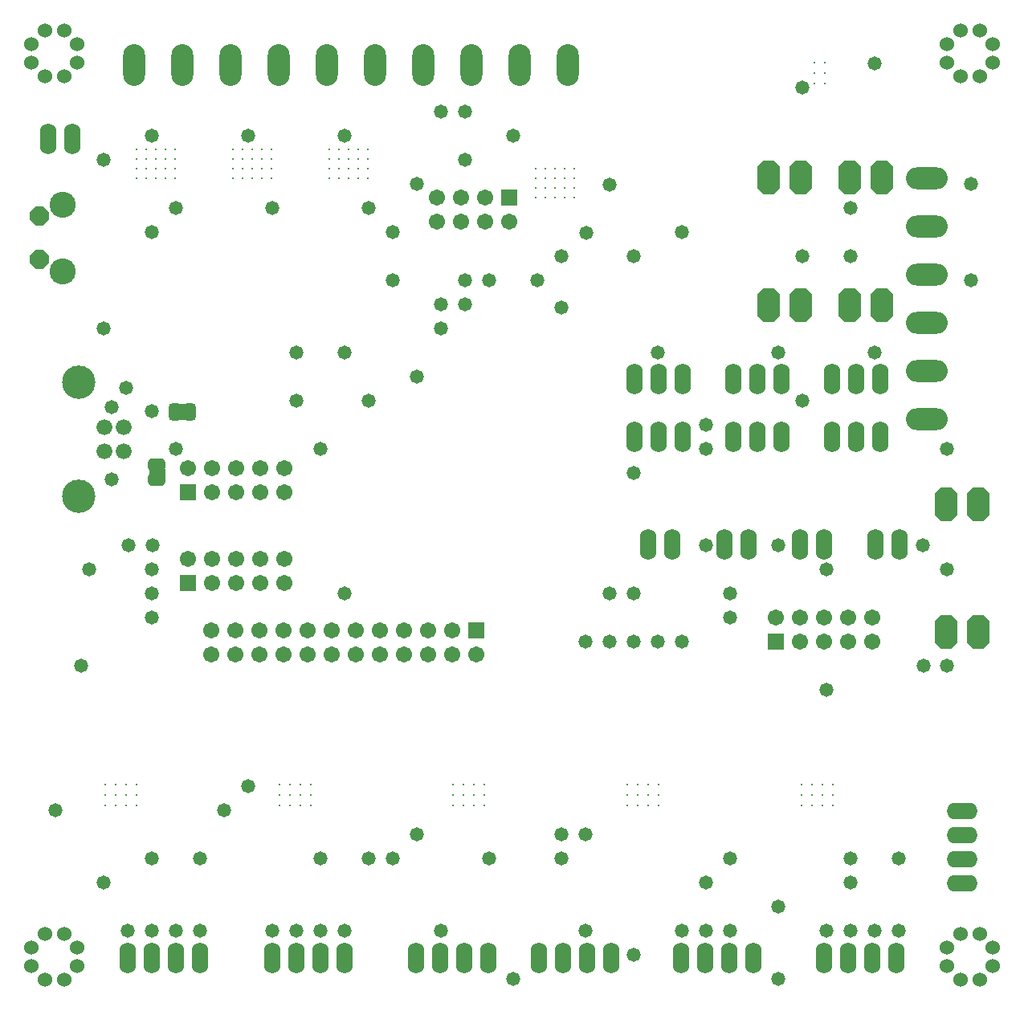
<source format=gbs>
G04*
G04 #@! TF.GenerationSoftware,Altium Limited,Altium Designer,18.1.9 (240)*
G04*
G04 Layer_Color=16711935*
%FSLAX25Y25*%
%MOIN*%
G70*
G01*
G75*
%ADD132C,0.06000*%
%ADD187O,0.17300X0.09050*%
G04:AMPARAMS|DCode=188|XSize=141mil|YSize=91mil|CornerRadius=0mil|HoleSize=0mil|Usage=FLASHONLY|Rotation=90.000|XOffset=0mil|YOffset=0mil|HoleType=Round|Shape=Octagon|*
%AMOCTAGOND188*
4,1,8,0.02275,0.07050,-0.02275,0.07050,-0.04550,0.04775,-0.04550,-0.04775,-0.02275,-0.07050,0.02275,-0.07050,0.04550,-0.04775,0.04550,0.04775,0.02275,0.07050,0.0*
%
%ADD188OCTAGOND188*%

%ADD189O,0.09050X0.17300*%
%ADD190P,0.08443X8X292.5*%
%ADD191C,0.10800*%
%ADD192C,0.06600*%
%ADD193C,0.13850*%
%ADD194O,0.06800X0.12800*%
%ADD195C,0.06706*%
%ADD196R,0.06706X0.06706*%
%ADD197O,0.12800X0.06800*%
%ADD199C,0.01000*%
%ADD300C,0.05800*%
%ADD340R,0.07045X0.03543*%
%ADD341R,0.03543X0.07045*%
G04:AMPARAMS|DCode=342|XSize=58mil|YSize=58mil|CornerRadius=29mil|HoleSize=0mil|Usage=FLASHONLY|Rotation=90.000|XOffset=0mil|YOffset=0mil|HoleType=Round|Shape=RoundedRectangle|*
%AMROUNDEDRECTD342*
21,1,0.05800,0.00000,0,0,90.0*
21,1,0.00000,0.05800,0,0,90.0*
1,1,0.05800,0.00000,0.00000*
1,1,0.05800,0.00000,0.00000*
1,1,0.05800,0.00000,0.00000*
1,1,0.05800,0.00000,0.00000*
%
%ADD342ROUNDEDRECTD342*%
G04:AMPARAMS|DCode=343|XSize=54mil|YSize=71mil|CornerRadius=15.5mil|HoleSize=0mil|Usage=FLASHONLY|Rotation=90.000|XOffset=0mil|YOffset=0mil|HoleType=Round|Shape=RoundedRectangle|*
%AMROUNDEDRECTD343*
21,1,0.05400,0.04000,0,0,90.0*
21,1,0.02300,0.07100,0,0,90.0*
1,1,0.03100,0.02000,0.01150*
1,1,0.03100,0.02000,-0.01150*
1,1,0.03100,-0.02000,-0.01150*
1,1,0.03100,-0.02000,0.01150*
%
%ADD343ROUNDEDRECTD343*%
G04:AMPARAMS|DCode=344|XSize=54mil|YSize=71mil|CornerRadius=15.5mil|HoleSize=0mil|Usage=FLASHONLY|Rotation=180.000|XOffset=0mil|YOffset=0mil|HoleType=Round|Shape=RoundedRectangle|*
%AMROUNDEDRECTD344*
21,1,0.05400,0.04000,0,0,180.0*
21,1,0.02300,0.07100,0,0,180.0*
1,1,0.03100,-0.01150,0.02000*
1,1,0.03100,0.01150,0.02000*
1,1,0.03100,0.01150,-0.02000*
1,1,0.03100,-0.01150,-0.02000*
%
%ADD344ROUNDEDRECTD344*%
G54D132*
X404449Y11063D02*
D03*
Y18937D02*
D03*
X398937Y24449D02*
D03*
X391063D02*
D03*
X385551Y18937D02*
D03*
Y11063D02*
D03*
X391063Y5551D02*
D03*
X398937D02*
D03*
X18937D02*
D03*
X11063D02*
D03*
X5551Y11063D02*
D03*
Y18937D02*
D03*
X11063Y24449D02*
D03*
X18937D02*
D03*
X24449Y18937D02*
D03*
Y11063D02*
D03*
X18937Y380551D02*
D03*
X11063D02*
D03*
X5551Y386063D02*
D03*
Y393937D02*
D03*
X11063Y399449D02*
D03*
X18937D02*
D03*
X24449Y393937D02*
D03*
Y386063D02*
D03*
X398937Y380551D02*
D03*
X391063D02*
D03*
X385551Y386063D02*
D03*
Y393937D02*
D03*
X391063Y399449D02*
D03*
X398937D02*
D03*
X404449Y393937D02*
D03*
Y386063D02*
D03*
G54D187*
X377063Y318248D02*
D03*
Y338248D02*
D03*
Y298248D02*
D03*
Y278248D02*
D03*
Y258248D02*
D03*
Y238248D02*
D03*
G54D188*
X311500Y285400D02*
D03*
X324900D02*
D03*
Y338400D02*
D03*
X311500D02*
D03*
X345100D02*
D03*
X358500D02*
D03*
Y285400D02*
D03*
X345100D02*
D03*
X398432Y202878D02*
D03*
X385032D02*
D03*
Y149878D02*
D03*
X398432D02*
D03*
G54D189*
X228000Y385200D02*
D03*
X208000D02*
D03*
X188000D02*
D03*
X168000D02*
D03*
X148000D02*
D03*
X128000D02*
D03*
X108000D02*
D03*
X88000D02*
D03*
X68000D02*
D03*
X48000D02*
D03*
G54D190*
X8600Y322400D02*
D03*
Y304600D02*
D03*
G54D191*
X18400Y327300D02*
D03*
Y299700D02*
D03*
G54D192*
X43600Y225000D02*
D03*
Y234921D02*
D03*
X35700D02*
D03*
Y225000D02*
D03*
G54D193*
X25000Y253622D02*
D03*
Y206300D02*
D03*
G54D194*
X275700Y230900D02*
D03*
X265700D02*
D03*
X255700D02*
D03*
X293000Y186300D02*
D03*
X303000D02*
D03*
X334500Y14500D02*
D03*
X344500D02*
D03*
X354500D02*
D03*
X364500D02*
D03*
X22400Y354500D02*
D03*
X12400D02*
D03*
X337800Y230900D02*
D03*
X347800D02*
D03*
X357800D02*
D03*
X296750D02*
D03*
X306750D02*
D03*
X316750D02*
D03*
X357800Y254900D02*
D03*
X347800D02*
D03*
X337800D02*
D03*
X316750D02*
D03*
X306750D02*
D03*
X296750D02*
D03*
X275700D02*
D03*
X265700D02*
D03*
X255700D02*
D03*
X365800Y186300D02*
D03*
X355800D02*
D03*
X334500D02*
D03*
X324500D02*
D03*
X271300D02*
D03*
X261300D02*
D03*
X305000Y14500D02*
D03*
X295000D02*
D03*
X285000D02*
D03*
X275000D02*
D03*
X246000D02*
D03*
X236000D02*
D03*
X226000D02*
D03*
X216000D02*
D03*
X195000D02*
D03*
X185000D02*
D03*
X175000D02*
D03*
X165000D02*
D03*
X135500D02*
D03*
X125500D02*
D03*
X115500D02*
D03*
X105500D02*
D03*
X75500D02*
D03*
X65500D02*
D03*
X55500D02*
D03*
X45500D02*
D03*
G54D195*
X80100Y140600D02*
D03*
Y150600D02*
D03*
X90100Y140600D02*
D03*
Y150600D02*
D03*
X100100Y140600D02*
D03*
Y150600D02*
D03*
X110100Y140600D02*
D03*
Y150600D02*
D03*
X120100Y140600D02*
D03*
Y150600D02*
D03*
X130100Y140600D02*
D03*
Y150600D02*
D03*
X140100Y140600D02*
D03*
Y150600D02*
D03*
X150100Y140600D02*
D03*
Y150600D02*
D03*
X160100Y140600D02*
D03*
Y150600D02*
D03*
X170100Y140600D02*
D03*
Y150600D02*
D03*
X180100Y140600D02*
D03*
Y150600D02*
D03*
X190100Y140600D02*
D03*
X203800Y320300D02*
D03*
X193800Y330300D02*
D03*
Y320300D02*
D03*
X183800Y330300D02*
D03*
Y320300D02*
D03*
X173800Y330300D02*
D03*
Y320300D02*
D03*
X314476Y155886D02*
D03*
X324476Y145886D02*
D03*
Y155886D02*
D03*
X334476Y145886D02*
D03*
Y155886D02*
D03*
X344476Y145886D02*
D03*
Y155886D02*
D03*
X354476Y145886D02*
D03*
Y155886D02*
D03*
X110300Y180300D02*
D03*
Y170300D02*
D03*
X100300Y180300D02*
D03*
Y170300D02*
D03*
X90300Y180300D02*
D03*
Y170300D02*
D03*
X80300Y180300D02*
D03*
Y170300D02*
D03*
X70300Y180300D02*
D03*
X110300Y217794D02*
D03*
Y207794D02*
D03*
X100300Y217794D02*
D03*
Y207794D02*
D03*
X90300Y217794D02*
D03*
Y207794D02*
D03*
X80300Y217794D02*
D03*
Y207794D02*
D03*
X70300Y217794D02*
D03*
G54D196*
X190100Y150600D02*
D03*
X203800Y330300D02*
D03*
X314476Y145886D02*
D03*
X70300Y170300D02*
D03*
Y207794D02*
D03*
G54D197*
X391800Y75500D02*
D03*
Y65500D02*
D03*
Y55500D02*
D03*
Y45500D02*
D03*
G54D199*
X137100Y346201D02*
D03*
Y350201D02*
D03*
Y342201D02*
D03*
Y338201D02*
D03*
X133100D02*
D03*
X129100D02*
D03*
Y342201D02*
D03*
X133100D02*
D03*
Y346201D02*
D03*
X129100D02*
D03*
Y350201D02*
D03*
X133100D02*
D03*
X141100D02*
D03*
X145100D02*
D03*
Y346201D02*
D03*
X141100D02*
D03*
Y342201D02*
D03*
X145100D02*
D03*
Y338201D02*
D03*
X141100D02*
D03*
X97000Y346201D02*
D03*
Y350201D02*
D03*
Y342201D02*
D03*
Y338201D02*
D03*
X93000D02*
D03*
X89000D02*
D03*
Y342201D02*
D03*
X93000D02*
D03*
Y346201D02*
D03*
X89000D02*
D03*
Y350201D02*
D03*
X93000D02*
D03*
X101000D02*
D03*
X105000D02*
D03*
Y346201D02*
D03*
X101000D02*
D03*
Y342201D02*
D03*
X105000D02*
D03*
Y338201D02*
D03*
X101000D02*
D03*
X222650D02*
D03*
Y342201D02*
D03*
Y334201D02*
D03*
Y330201D02*
D03*
X218650D02*
D03*
X214650D02*
D03*
Y334201D02*
D03*
X218650D02*
D03*
Y338201D02*
D03*
X214650D02*
D03*
Y342201D02*
D03*
X218650D02*
D03*
X226650D02*
D03*
X230650D02*
D03*
Y338201D02*
D03*
X226650D02*
D03*
Y334201D02*
D03*
X230650D02*
D03*
Y330201D02*
D03*
X226650D02*
D03*
X57150Y346201D02*
D03*
Y350201D02*
D03*
Y342201D02*
D03*
Y338201D02*
D03*
X53150D02*
D03*
X49150D02*
D03*
Y342201D02*
D03*
X53150D02*
D03*
Y346201D02*
D03*
X49150D02*
D03*
Y350201D02*
D03*
X53150D02*
D03*
X61150D02*
D03*
X65150D02*
D03*
Y346201D02*
D03*
X61150D02*
D03*
Y342201D02*
D03*
X65150D02*
D03*
Y338201D02*
D03*
X61150D02*
D03*
X180576Y77933D02*
D03*
X193569Y86595D02*
D03*
Y82264D02*
D03*
Y77933D02*
D03*
X189238Y86595D02*
D03*
Y82264D02*
D03*
Y77933D02*
D03*
X184907Y86595D02*
D03*
Y82264D02*
D03*
Y77933D02*
D03*
X180576Y86595D02*
D03*
Y82264D02*
D03*
X330569Y386349D02*
D03*
X334900D02*
D03*
X330569Y382018D02*
D03*
X334900D02*
D03*
X330569Y377687D02*
D03*
X334900D02*
D03*
X36088Y82264D02*
D03*
Y86595D02*
D03*
X40419Y77933D02*
D03*
Y82264D02*
D03*
Y86595D02*
D03*
X44750Y77933D02*
D03*
Y82264D02*
D03*
Y86595D02*
D03*
X49080Y77933D02*
D03*
Y82264D02*
D03*
Y86595D02*
D03*
X36088Y77933D02*
D03*
X252820D02*
D03*
X265813Y86595D02*
D03*
Y82264D02*
D03*
Y77933D02*
D03*
X261482Y86595D02*
D03*
Y82264D02*
D03*
Y77933D02*
D03*
X257151Y86595D02*
D03*
Y82264D02*
D03*
Y77933D02*
D03*
X252820Y86595D02*
D03*
Y82264D02*
D03*
X325065D02*
D03*
Y86595D02*
D03*
X329395Y77933D02*
D03*
Y82264D02*
D03*
Y86595D02*
D03*
X333726Y77933D02*
D03*
Y82264D02*
D03*
Y86595D02*
D03*
X338057Y77933D02*
D03*
Y82264D02*
D03*
Y86595D02*
D03*
X325065Y77933D02*
D03*
X108332D02*
D03*
X121324Y86595D02*
D03*
Y82264D02*
D03*
Y77933D02*
D03*
X116994Y86595D02*
D03*
Y82264D02*
D03*
Y77933D02*
D03*
X112663Y86595D02*
D03*
Y82264D02*
D03*
Y77933D02*
D03*
X108332Y86595D02*
D03*
Y82264D02*
D03*
G54D300*
X38600Y243348D02*
D03*
X44900Y251100D02*
D03*
X285500Y235748D02*
D03*
X275500Y145748D02*
D03*
X345500Y325748D02*
D03*
X105500Y25748D02*
D03*
X255500Y215748D02*
D03*
X315500Y265748D02*
D03*
X285500Y225748D02*
D03*
X355500Y265748D02*
D03*
X325500Y245748D02*
D03*
X245500Y335448D02*
D03*
X225500Y305748D02*
D03*
X365500Y25748D02*
D03*
X355500D02*
D03*
X345500D02*
D03*
X365500Y55748D02*
D03*
X345500D02*
D03*
Y45748D02*
D03*
X315500Y35748D02*
D03*
Y5748D02*
D03*
X295500Y25748D02*
D03*
X285500D02*
D03*
X275500D02*
D03*
X325500Y305748D02*
D03*
X345500D02*
D03*
X395500Y295748D02*
D03*
X325500Y375748D02*
D03*
X385500Y175748D02*
D03*
X38600Y213348D02*
D03*
X55413Y241398D02*
D03*
X175500Y365748D02*
D03*
X385500Y135748D02*
D03*
Y225748D02*
D03*
X185500Y365748D02*
D03*
X35500Y345748D02*
D03*
X255500Y305748D02*
D03*
X275500Y315748D02*
D03*
X245500Y145748D02*
D03*
X235500D02*
D03*
X55500Y355748D02*
D03*
X95500D02*
D03*
X135500D02*
D03*
X395500Y335748D02*
D03*
X205500Y5748D02*
D03*
X175500Y25748D02*
D03*
X255500Y15748D02*
D03*
X235500Y25748D02*
D03*
X255500Y165748D02*
D03*
X265500Y265748D02*
D03*
X165500Y255748D02*
D03*
X195500Y295748D02*
D03*
X185500Y285748D02*
D03*
Y295748D02*
D03*
X135500Y25748D02*
D03*
X125500D02*
D03*
X115500D02*
D03*
X75500D02*
D03*
X65500D02*
D03*
X55500D02*
D03*
X45507Y25755D02*
D03*
X75500Y55748D02*
D03*
X55500D02*
D03*
X35500Y45748D02*
D03*
X15500Y75748D02*
D03*
X145500Y55748D02*
D03*
X125500D02*
D03*
X95500Y85748D02*
D03*
X85500Y75748D02*
D03*
X225500Y55748D02*
D03*
X195500D02*
D03*
X165500Y65748D02*
D03*
X155500Y55748D02*
D03*
X295500D02*
D03*
X285500Y45748D02*
D03*
X235500Y65748D02*
D03*
X225500D02*
D03*
X295500Y155748D02*
D03*
X255500Y145748D02*
D03*
X245500Y165748D02*
D03*
X295500D02*
D03*
X265500Y145748D02*
D03*
X335500Y175748D02*
D03*
X315500Y185748D02*
D03*
X285500D02*
D03*
X225500Y284600D02*
D03*
X135500Y165748D02*
D03*
X55709Y185748D02*
D03*
X55500Y165748D02*
D03*
X375500Y185748D02*
D03*
X125500Y225748D02*
D03*
X26100Y136000D02*
D03*
X55500Y175748D02*
D03*
Y155748D02*
D03*
X29500Y175748D02*
D03*
X45709Y185748D02*
D03*
X65500Y225748D02*
D03*
X115500Y245748D02*
D03*
X145500D02*
D03*
X175500Y275748D02*
D03*
X155500Y295748D02*
D03*
X215500D02*
D03*
X185500Y345748D02*
D03*
X135500Y265748D02*
D03*
X115500D02*
D03*
X155500Y315748D02*
D03*
X165500Y335748D02*
D03*
X145500Y325748D02*
D03*
X105500D02*
D03*
X65500D02*
D03*
X55500Y315748D02*
D03*
X35500Y275748D02*
D03*
X335500Y25748D02*
D03*
X175500Y285748D02*
D03*
X205500Y355748D02*
D03*
G54D340*
X57656Y215965D02*
D03*
G54D341*
X68110Y241141D02*
D03*
G54D342*
X235924Y315637D02*
D03*
X355500Y385748D02*
D03*
X375828Y135925D02*
D03*
X335500Y125748D02*
D03*
G54D343*
X57579Y213063D02*
D03*
Y219063D02*
D03*
G54D344*
X71012Y241063D02*
D03*
X65012D02*
D03*
M02*

</source>
